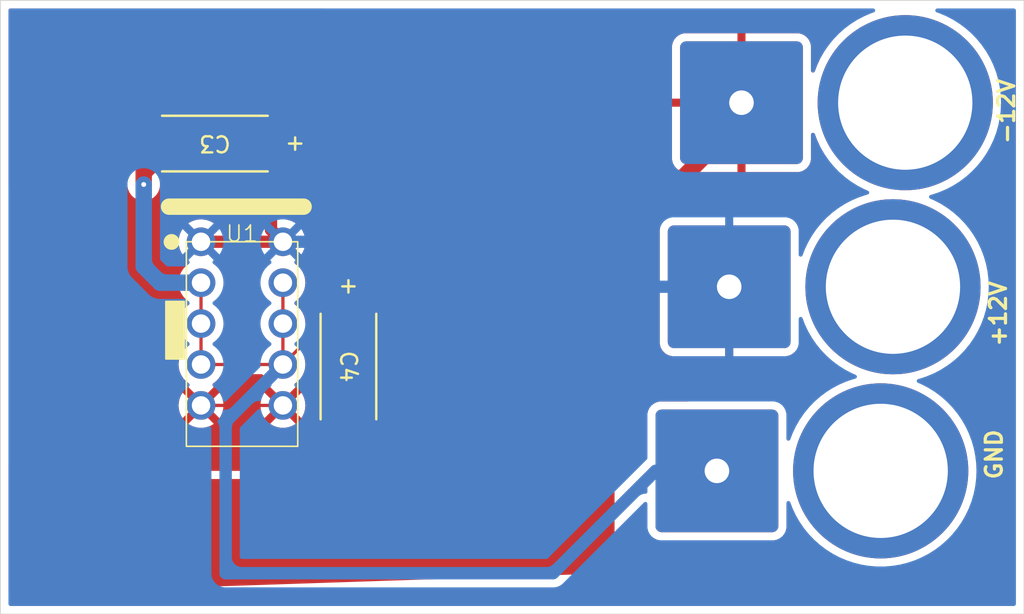
<source format=kicad_pcb>
(kicad_pcb (version 20240108) (generator "pcbnew") (generator_version "8.0")
  (layers (0 "F.Cu" signal) (31 "B.Cu" signal) (34 "B.Paste" user) (35 "F.Paste" user) (36 "B.SilkS" user "B.Silkscreen") (37 "F.SilkS" user "F.Silkscreen") (38 "B.Mask" user) (39 "F.Mask" user) (44 "Edge.Cuts" user))
  (net 0 "")
  (net 1 "GND")
  (net 2 "-12V")
  (net 3 "+12V")
  (footprint "adapterpcblib:Banana" (layer "F.Cu") (at 80.772 93.98)
    (property "Reference" "jk2" (at 0 -0.5 0) (layer "F.SilkS") (effects (font (thickness 0.1))))
    (property "Value" "~")
    (pad "2" thru_hole roundrect (at -10.16 0) (size 7.62 7.62) (drill 1.524) (layers "*.Cu" "*.Mask" "In1.Cu" "In2.Cu" "In3.Cu" "In4.Cu" "In5.Cu" "In6.Cu" "In7.Cu" "In8.Cu" "In9.Cu" "In10.Cu" "In11.Cu" "In12.Cu" "In13.Cu" "In14.Cu" "In15.Cu" "In16.Cu" "In17.Cu" "In18.Cu" "In19.Cu" "In20.Cu" "In21.Cu" "In22.Cu" "In23.Cu" "In24.Cu" "In25.Cu" "In26.Cu" "In27.Cu" "In28.Cu" "In29.Cu" "In30.Cu") (roundrect_rratio 0.04921259842) (net 3 "+12V"))
    (pad "m1" thru_hole circle (at 0 0) (size 10.8712 10.8712) (drill 8.3312) (layers "*.Cu" "*.Mask" "In1.Cu" "In2.Cu" "In3.Cu" "In4.Cu" "In5.Cu" "In6.Cu" "In7.Cu" "In8.Cu" "In9.Cu" "In10.Cu" "In11.Cu" "In12.Cu" "In13.Cu" "In14.Cu" "In15.Cu" "In16.Cu" "In17.Cu" "In18.Cu" "In19.Cu" "In20.Cu" "In21.Cu" "In22.Cu" "In23.Cu" "In24.Cu" "In25.Cu" "In26.Cu" "In27.Cu" "In28.Cu" "In29.Cu" "In30.Cu"))
  )
  (footprint "adapterpcblib:Header2x5" (layer "F.Cu") (at 40.386 91.186)
    (property "Reference" "U1" (at 0 -0.5 0) (layer "F.SilkS") (effects (font (thickness 0.1))))
    (property "Value" "~")
    (fp_line (start -4.525 -2.18) (end 3.825 -2.18) (stroke (width 1.016)) (layer "F.SilkS"))
    (fp_rect (start -4.72 3.705) (end -3.58 7.275) (stroke (width 0.1)) (fill solid) (layer "F.SilkS"))
    (fp_rect (start -3.45 0) (end 3.46 12.7) (stroke (width 0.1)) (fill none) (layer "F.SilkS"))
    (fp_circle (center -4.37 0.01) (end -3.93 0.01) (stroke (width 0.1)) (fill solid) (layer "F.SilkS"))
    (pad "1" thru_hole circle (at -2.54 0) (size 1.778 1.778) (drill 1.143) (layers "*.Cu" "*.Mask" "In1.Cu" "In2.Cu" "In3.Cu" "In4.Cu" "In5.Cu" "In6.Cu" "In7.Cu" "In8.Cu" "In9.Cu" "In10.Cu" "In11.Cu" "In12.Cu" "In13.Cu" "In14.Cu" "In15.Cu" "In16.Cu" "In17.Cu" "In18.Cu" "In19.Cu" "In20.Cu" "In21.Cu" "In22.Cu" "In23.Cu" "In24.Cu" "In25.Cu" "In26.Cu" "In27.Cu" "In28.Cu" "In29.Cu" "In30.Cu") (net 3 "+12V"))
    (pad "2" thru_hole circle (at 2.54 0) (size 1.778 1.778) (drill 1.143) (layers "*.Cu" "*.Mask" "In1.Cu" "In2.Cu" "In3.Cu" "In4.Cu" "In5.Cu" "In6.Cu" "In7.Cu" "In8.Cu" "In9.Cu" "In10.Cu" "In11.Cu" "In12.Cu" "In13.Cu" "In14.Cu" "In15.Cu" "In16.Cu" "In17.Cu" "In18.Cu" "In19.Cu" "In20.Cu" "In21.Cu" "In22.Cu" "In23.Cu" "In24.Cu" "In25.Cu" "In26.Cu" "In27.Cu" "In28.Cu" "In29.Cu" "In30.Cu") (net 3 "+12V"))
    (pad "3" thru_hole circle (at -2.54 2.54) (size 1.778 1.778) (drill 1.143) (layers "*.Cu" "*.Mask" "In1.Cu" "In2.Cu" "In3.Cu" "In4.Cu" "In5.Cu" "In6.Cu" "In7.Cu" "In8.Cu" "In9.Cu" "In10.Cu" "In11.Cu" "In12.Cu" "In13.Cu" "In14.Cu" "In15.Cu" "In16.Cu" "In17.Cu" "In18.Cu" "In19.Cu" "In20.Cu" "In21.Cu" "In22.Cu" "In23.Cu" "In24.Cu" "In25.Cu" "In26.Cu" "In27.Cu" "In28.Cu" "In29.Cu" "In30.Cu") (net 1 "GND"))
    (pad "4" thru_hole circle (at 2.54 2.54) (size 1.778 1.778) (drill 1.143) (layers "*.Cu" "*.Mask" "In1.Cu" "In2.Cu" "In3.Cu" "In4.Cu" "In5.Cu" "In6.Cu" "In7.Cu" "In8.Cu" "In9.Cu" "In10.Cu" "In11.Cu" "In12.Cu" "In13.Cu" "In14.Cu" "In15.Cu" "In16.Cu" "In17.Cu" "In18.Cu" "In19.Cu" "In20.Cu" "In21.Cu" "In22.Cu" "In23.Cu" "In24.Cu" "In25.Cu" "In26.Cu" "In27.Cu" "In28.Cu" "In29.Cu" "In30.Cu") (net 1 "GND"))
    (pad "5" thru_hole circle (at -2.54 5.08) (size 1.778 1.778) (drill 1.143) (layers "*.Cu" "*.Mask" "In1.Cu" "In2.Cu" "In3.Cu" "In4.Cu" "In5.Cu" "In6.Cu" "In7.Cu" "In8.Cu" "In9.Cu" "In10.Cu" "In11.Cu" "In12.Cu" "In13.Cu" "In14.Cu" "In15.Cu" "In16.Cu" "In17.Cu" "In18.Cu" "In19.Cu" "In20.Cu" "In21.Cu" "In22.Cu" "In23.Cu" "In24.Cu" "In25.Cu" "In26.Cu" "In27.Cu" "In28.Cu" "In29.Cu" "In30.Cu") (net 1 "GND"))
    (pad "6" thru_hole circle (at 2.54 5.08) (size 1.778 1.778) (drill 1.143) (layers "*.Cu" "*.Mask" "In1.Cu" "In2.Cu" "In3.Cu" "In4.Cu" "In5.Cu" "In6.Cu" "In7.Cu" "In8.Cu" "In9.Cu" "In10.Cu" "In11.Cu" "In12.Cu" "In13.Cu" "In14.Cu" "In15.Cu" "In16.Cu" "In17.Cu" "In18.Cu" "In19.Cu" "In20.Cu" "In21.Cu" "In22.Cu" "In23.Cu" "In24.Cu" "In25.Cu" "In26.Cu" "In27.Cu" "In28.Cu" "In29.Cu" "In30.Cu") (net 1 "GND"))
    (pad "7" thru_hole circle (at -2.54 7.62) (size 1.778 1.778) (drill 1.143) (layers "*.Cu" "*.Mask" "In1.Cu" "In2.Cu" "In3.Cu" "In4.Cu" "In5.Cu" "In6.Cu" "In7.Cu" "In8.Cu" "In9.Cu" "In10.Cu" "In11.Cu" "In12.Cu" "In13.Cu" "In14.Cu" "In15.Cu" "In16.Cu" "In17.Cu" "In18.Cu" "In19.Cu" "In20.Cu" "In21.Cu" "In22.Cu" "In23.Cu" "In24.Cu" "In25.Cu" "In26.Cu" "In27.Cu" "In28.Cu" "In29.Cu" "In30.Cu") (net 1 "GND"))
    (pad "8" thru_hole circle (at 2.54 7.62) (size 1.778 1.778) (drill 1.143) (layers "*.Cu" "*.Mask" "In1.Cu" "In2.Cu" "In3.Cu" "In4.Cu" "In5.Cu" "In6.Cu" "In7.Cu" "In8.Cu" "In9.Cu" "In10.Cu" "In11.Cu" "In12.Cu" "In13.Cu" "In14.Cu" "In15.Cu" "In16.Cu" "In17.Cu" "In18.Cu" "In19.Cu" "In20.Cu" "In21.Cu" "In22.Cu" "In23.Cu" "In24.Cu" "In25.Cu" "In26.Cu" "In27.Cu" "In28.Cu" "In29.Cu" "In30.Cu") (net 1 "GND"))
    (pad "9" thru_hole circle (at -2.54 10.16) (size 1.778 1.778) (drill 1.143) (layers "*.Cu" "*.Mask" "In1.Cu" "In2.Cu" "In3.Cu" "In4.Cu" "In5.Cu" "In6.Cu" "In7.Cu" "In8.Cu" "In9.Cu" "In10.Cu" "In11.Cu" "In12.Cu" "In13.Cu" "In14.Cu" "In15.Cu" "In16.Cu" "In17.Cu" "In18.Cu" "In19.Cu" "In20.Cu" "In21.Cu" "In22.Cu" "In23.Cu" "In24.Cu" "In25.Cu" "In26.Cu" "In27.Cu" "In28.Cu" "In29.Cu" "In30.Cu") (net 2 "-12V"))
    (pad "10" thru_hole circle (at 2.54 10.16) (size 1.778 1.778) (drill 1.143) (layers "*.Cu" "*.Mask" "In1.Cu" "In2.Cu" "In3.Cu" "In4.Cu" "In5.Cu" "In6.Cu" "In7.Cu" "In8.Cu" "In9.Cu" "In10.Cu" "In11.Cu" "In12.Cu" "In13.Cu" "In14.Cu" "In15.Cu" "In16.Cu" "In17.Cu" "In18.Cu" "In19.Cu" "In20.Cu" "In21.Cu" "In22.Cu" "In23.Cu" "In24.Cu" "In25.Cu" "In26.Cu" "In27.Cu" "In28.Cu" "In29.Cu" "In30.Cu") (net 2 "-12V"))
  )
  (footprint "customfootprints:10uFtantcap" (layer "F.Cu") (at 46.99 98.933 -90)
    (property "Reference" "C4" (at 0 0 -90) (layer "F.SilkS"))
    (property "Value" "T491C106M025AT7280")
    (fp_line (start -3.276994 1.726997) (end 3.276994 1.726997) (stroke (width 0.1524)) (layer "F.SilkS"))
    (fp_line (start -4.596993 0) (end -5.358993 0) (stroke (width 0.1524)) (layer "F.SilkS"))
    (fp_line (start -4.977993 -0.381) (end -4.977993 0.381) (stroke (width 0.1524)) (layer "F.SilkS"))
    (fp_line (start 3.276994 -1.726997) (end -3.276994 -1.726997) (stroke (width 0.1524)) (layer "F.SilkS"))
    (pad "1" smd rect (at -1.933296 0) (size 2.299995 2.941396) (layers "F.Cu" "F.Paste" "F.Mask") (net 1 "GND"))
    (pad "2" smd rect (at 1.933296 0) (size 2.299995 2.941396) (layers "F.Cu" "F.Paste" "F.Mask") (net 2 "-12V"))
    (zone (net 0) (net_name "") (layer "F.Cu") (connect_pads (clearance 0)) (min_thickness 0.254)
      (keepout (tracks not_allowed) (vias not_allowed) (pads allowed) (copperpour not_allowed) (footprints allowed))
      (fill (thermal_gap 0.508) (thermal_bridge_width 0.508))
      (polygon (pts (xy 45.789202 95.833806) (xy 45.789202 102.032194) (xy 45.440803 102.032194) (xy 45.440803 95.833806)))
    )
    (zone (net 0) (net_name "") (layer "F.Cu") (connect_pads (clearance 0)) (min_thickness 0.254)
      (keepout (tracks not_allowed) (vias not_allowed) (pads allowed) (copperpour not_allowed) (footprints allowed))
      (fill (thermal_gap 0.508) (thermal_bridge_width 0.508))
      (polygon (pts (xy 48.190798 98.221203) (xy 48.190798 99.644797) (xy 45.789202 99.644797) (xy 45.789202 98.221203)))
    )
    (zone (net 0) (net_name "") (layer "F.Cu") (connect_pads (clearance 0)) (min_thickness 0.254)
      (keepout (tracks not_allowed) (vias not_allowed) (pads allowed) (copperpour not_allowed) (footprints allowed))
      (fill (thermal_gap 0.508) (thermal_bridge_width 0.508))
      (polygon (pts (xy 48.539197 95.833806) (xy 48.539197 102.032194) (xy 48.190798 102.032194) (xy 48.190798 95.833806)))
    )
  )
  (footprint "adapterpcblib:Banana" (layer "F.Cu") (at 81.534 82.55)
    (property "Reference" "jk1" (at 0 -0.5 0) (layer "F.SilkS") (effects (font (thickness 0.1))))
    (property "Value" "~")
    (pad "2" thru_hole roundrect (at -10.16 0) (size 7.62 7.62) (drill 1.524) (layers "*.Cu" "*.Mask" "In1.Cu" "In2.Cu" "In3.Cu" "In4.Cu" "In5.Cu" "In6.Cu" "In7.Cu" "In8.Cu" "In9.Cu" "In10.Cu" "In11.Cu" "In12.Cu" "In13.Cu" "In14.Cu" "In15.Cu" "In16.Cu" "In17.Cu" "In18.Cu" "In19.Cu" "In20.Cu" "In21.Cu" "In22.Cu" "In23.Cu" "In24.Cu" "In25.Cu" "In26.Cu" "In27.Cu" "In28.Cu" "In29.Cu" "In30.Cu") (roundrect_rratio 0.04921259842) (net 2 "-12V"))
    (pad "m1" thru_hole circle (at 0 0) (size 10.8712 10.8712) (drill 8.3312) (layers "*.Cu" "*.Mask" "In1.Cu" "In2.Cu" "In3.Cu" "In4.Cu" "In5.Cu" "In6.Cu" "In7.Cu" "In8.Cu" "In9.Cu" "In10.Cu" "In11.Cu" "In12.Cu" "In13.Cu" "In14.Cu" "In15.Cu" "In16.Cu" "In17.Cu" "In18.Cu" "In19.Cu" "In20.Cu" "In21.Cu" "In22.Cu" "In23.Cu" "In24.Cu" "In25.Cu" "In26.Cu" "In27.Cu" "In28.Cu" "In29.Cu" "In30.Cu"))
  )
  (footprint "adapterpcblib:Banana" (layer "F.Cu") (at 80.01 105.41)
    (property "Reference" "jk3" (at 0 -0.5 0) (layer "F.SilkS") (effects (font (thickness 0.1))))
    (property "Value" "~")
    (pad "2" thru_hole roundrect (at -10.16 0) (size 7.62 7.62) (drill 1.524) (layers "*.Cu" "*.Mask" "In1.Cu" "In2.Cu" "In3.Cu" "In4.Cu" "In5.Cu" "In6.Cu" "In7.Cu" "In8.Cu" "In9.Cu" "In10.Cu" "In11.Cu" "In12.Cu" "In13.Cu" "In14.Cu" "In15.Cu" "In16.Cu" "In17.Cu" "In18.Cu" "In19.Cu" "In20.Cu" "In21.Cu" "In22.Cu" "In23.Cu" "In24.Cu" "In25.Cu" "In26.Cu" "In27.Cu" "In28.Cu" "In29.Cu" "In30.Cu") (roundrect_rratio 0.04921259842) (net 1 "GND"))
    (pad "m1" thru_hole circle (at 0 0) (size 10.8712 10.8712) (drill 8.3312) (layers "*.Cu" "*.Mask" "In1.Cu" "In2.Cu" "In3.Cu" "In4.Cu" "In5.Cu" "In6.Cu" "In7.Cu" "In8.Cu" "In9.Cu" "In10.Cu" "In11.Cu" "In12.Cu" "In13.Cu" "In14.Cu" "In15.Cu" "In16.Cu" "In17.Cu" "In18.Cu" "In19.Cu" "In20.Cu" "In21.Cu" "In22.Cu" "In23.Cu" "In24.Cu" "In25.Cu" "In26.Cu" "In27.Cu" "In28.Cu" "In29.Cu" "In30.Cu"))
  )
  (footprint "customfootprints:10uFtantcap" (layer "F.Cu") (at 38.706704 85.09 180)
    (property "Reference" "C3" (at 0 0 180) (layer "F.SilkS"))
    (property "Value" "T491C106M025AT7280" (hide yes))
    (fp_line (start 3.276994 -1.726997) (end -3.276994 -1.726997) (stroke (width 0.1524)) (layer "F.SilkS"))
    (fp_line (start -3.276994 1.726997) (end 3.276994 1.726997) (stroke (width 0.1524)) (layer "F.SilkS"))
    (fp_line (start -4.596993 0) (end -5.358993 0) (stroke (width 0.1524)) (layer "F.SilkS"))
    (fp_line (start -4.977993 -0.381) (end -4.977993 0.381) (stroke (width 0.1524)) (layer "F.SilkS"))
    (pad "1" smd rect (at -1.933296 0 270) (size 2.299995 2.941396) (layers "F.Cu" "F.Paste" "F.Mask") (net 3 "+12V"))
    (pad "2" smd rect (at 1.933296 0 270) (size 2.299995 2.941396) (layers "F.Cu" "F.Paste" "F.Mask") (net 1 "GND"))
    (zone (net 0) (net_name "") (layer "F.Cu") (connect_pads (clearance 0)) (min_thickness 0.254)
      (keepout (tracks not_allowed) (vias not_allowed) (pads allowed) (copperpour not_allowed) (footprints allowed))
      (fill (thermal_gap 0.508) (thermal_bridge_width 0.508))
      (polygon (pts (xy 39.418501 86.290798) (xy 37.994907 86.290798) (xy 37.994907 83.889202) (xy 39.418501 83.889202)))
    )
    (zone (net 0) (net_name "") (layer "F.Cu") (connect_pads (clearance 0)) (min_thickness 0.254)
      (keepout (tracks not_allowed) (vias not_allowed) (pads allowed) (copperpour not_allowed) (footprints allowed))
      (fill (thermal_gap 0.508) (thermal_bridge_width 0.508))
      (polygon (pts (xy 41.805898 83.889202) (xy 35.60751 83.889202) (xy 35.60751 83.540803) (xy 41.805898 83.540803)))
    )
    (zone (net 0) (net_name "") (layer "F.Cu") (connect_pads (clearance 0)) (min_thickness 0.254)
      (keepout (tracks not_allowed) (vias not_allowed) (pads allowed) (copperpour not_allowed) (footprints allowed))
      (fill (thermal_gap 0.508) (thermal_bridge_width 0.508))
      (polygon (pts (xy 41.805898 86.639197) (xy 35.60751 86.639197) (xy 35.60751 86.290798) (xy 41.805898 86.290798)))
    )
  )
  (gr_rect (start 25.4 76.2) (end 88.9 114.3) (stroke (width 0.05)) (fill none) (layer "Edge.Cuts"))
  (gr_text "+12V" (at 87.884 97.79 90) (layer "F.SilkS") (effects (font (size 1 1) (thickness 0.2) (bold yes)) (justify left bottom)))
  (gr_text "GND" (at 87.63 106.045 90) (layer "F.SilkS") (effects (font (size 1 1) (thickness 0.2) (bold yes)) (justify left bottom)))
  (gr_text "-12V" (at 88.392 85.217 90) (layer "F.SilkS") (effects (font (size 1 1) (thickness 0.2) (bold yes)) (justify left bottom)))
  (segment (start 37.846 93.726) (end 37.846 98.806) (width 0.2) (layer "F.Cu") (net 1))
  (segment (start 36.269492 85.598) (end 36.773408 85.598) (width 0.762) (layer "F.Cu") (net 1))
  (segment (start 45.51849 96.21351) (end 46.084624 96.21351) (width 0.2) (layer "F.Cu") (net 1))
  (segment (start 42.926 98.806) (end 37.846 98.806) (width 0.2) (layer "F.Cu") (net 1))
  (segment (start 46.084624 96.21351) (end 47.244 97.372886) (width 0.2) (layer "F.Cu") (net 1))
  (segment (start 34.29 87.63) (end 34.29 86.889886) (width 1.016) (layer "F.Cu") (net 1))
  (segment (start 34.29 86.889886) (end 36.089886 85.09) (width 1.016) (layer "F.Cu") (net 1))
  (segment (start 42.926 98.806) (end 45.51849 96.21351) (width 0.2) (layer "F.Cu") (net 1))
  (segment (start 47.244 97.372886) (end 47.244 97.479408) (width 0.2) (layer "F.Cu") (net 1))
  (segment (start 42.926 98.806) (end 42.926 93.726) (width 0.2) (layer "F.Cu") (net 1))
  (segment (start 36.089886 85.09) (end 36.773408 85.09) (width 1.016) (layer "F.Cu") (net 1))
  (via (at 34.29 87.63) (size 0.5) (drill 0.3) (layers "F.Cu" "B.Cu") (net 1))
  (segment (start 69.85 105.41) (end 66.04 105.41) (width 0.762) (layer "B.Cu") (net 1))
  (segment (start 35.306 93.726) (end 34.29 92.71) (width 1.016) (layer "B.Cu") (net 1))
  (segment (start 66.04 105.41) (end 59.69 111.76) (width 0.762) (layer "B.Cu") (net 1))
  (segment (start 39.37 111.76) (end 39.37 102.362) (width 0.762) (layer "B.Cu") (net 1))
  (segment (start 59.69 111.76) (end 39.37 111.76) (width 0.762) (layer "B.Cu") (net 1))
  (segment (start 37.846 93.726) (end 35.306 93.726) (width 1.016) (layer "B.Cu") (net 1))
  (segment (start 39.37 102.362) (end 42.926 98.806) (width 0.762) (layer "B.Cu") (net 1))
  (segment (start 34.29 92.71) (end 34.29 87.63) (width 1.016) (layer "B.Cu") (net 1))
  (segment (start 71.374 82.55) (end 71.374 83.566) (width 1.016) (layer "F.Cu") (net 2))
  (segment (start 48.234376 103.019898) (end 47.244 102.029522) (width 1.016) (layer "F.Cu") (net 2))
  (segment (start 42.926 101.346) (end 44.596698 103.016698) (width 0.2) (layer "F.Cu") (net 2))
  (segment (start 45.894003 103.016698) (end 47.244 101.666701) (width 0.2) (layer "F.Cu") (net 2))
  (segment (start 47.244 102.029522) (end 47.244 101.346) (width 1.016) (layer "F.Cu") (net 2))
  (segment (start 42.926 101.346) (end 37.846 101.346) (width 0.2) (layer "F.Cu") (net 2))
  (segment (start 51.920102 103.019898) (end 48.234376 103.019898) (width 1.016) (layer "F.Cu") (net 2))
  (segment (start 47.244 101.666701) (end 47.244 101.346) (width 0.2) (layer "F.Cu") (net 2))
  (segment (start 71.374 83.566) (end 51.920102 103.019898) (width 1.016) (layer "F.Cu") (net 2))
  (segment (start 44.596698 103.016698) (end 45.894003 103.016698) (width 0.2) (layer "F.Cu") (net 2))
  (segment (start 42.186898 86.2838) (end 41.501098 85.598) (width 0.762) (layer "F.Cu") (net 3))
  (segment (start 42.186898 90.446898) (end 42.186898 86.2838) (width 0.762) (layer "F.Cu") (net 3))
  (segment (start 40.960701 85.598) (end 40.64 85.598) (width 0.2) (layer "F.Cu") (net 3))
  (segment (start 37.846 91.186) (end 42.926 91.186) (width 0.762) (layer "F.Cu") (net 3))
  (segment (start 41.501098 85.598) (end 40.64 85.598) (width 0.762) (layer "F.Cu") (net 3))
  (segment (start 42.926 91.186) (end 42.186898 90.446898) (width 0.762) (layer "F.Cu") (net 3))
  (segment (start 64.77 93.98) (end 61.976 91.186) (width 0.762) (layer "B.Cu") (net 3))
  (segment (start 61.976 91.186) (end 42.926 91.186) (width 0.762) (layer "B.Cu") (net 3))
  (segment (start 70.612 93.98) (end 64.77 93.98) (width 0.762) (layer "B.Cu") (net 3))
  (zone (net 3) (net_name "+12V") (layer "F.Cu") (priority 4) (connect_pads (clearance 0.5)) (min_thickness 0.25) (fill yes (thermal_gap 0.5) (thermal_bridge_width 0.5))
    (polygon (pts (xy 25.4 76.2) (xy 66.04 77.47) (xy 64.77 90.17) (xy 74.93 90.17) (xy 74.93 100.33) (xy 63.5 101.6) (xy 63.5 111.76) (xy 25.4 113.03)))
  )
  (zone (net 2) (net_name "-12V") (layer "F.Cu") (priority 5) (connect_pads (clearance 0.5)) (min_thickness 0.25) (fill yes (thermal_gap 0.5) (thermal_bridge_width 0.5))
    (polygon (pts (xy 25.4 76.2) (xy 76.2 77.47) (xy 76.2 87.63) (xy 66.04 88.9) (xy 53.34 105.41) (xy 26.67 105.41)))
  )
  (zone (net 3) (net_name "+12V") (layer "B.Cu") (priority 7) (connect_pads (clearance 0.5)) (min_thickness 0.25) (fill yes (thermal_gap 0.5) (thermal_bridge_width 0.5) (island_removal_mode 1) (island_area_min 9.999997))
    (polygon (pts (xy 25.4 114.3) (xy 25.4 76.2) (xy 88.9 76.2) (xy 88.9 114.3)))
  )
  (zone (net 1) (net_name "GND") (layer "B.Cu") (priority 6) (connect_pads (clearance 0.5)) (min_thickness 0.25) (fill yes (thermal_gap 0.5) (thermal_bridge_width 0.5) (island_removal_mode 1) (island_area_min 9.999998))
    (polygon (pts (xy 25.4 76.2) (xy 88.9 76.2) (xy 88.9 114.3) (xy 25.4 114.3)))
  )
)
</source>
